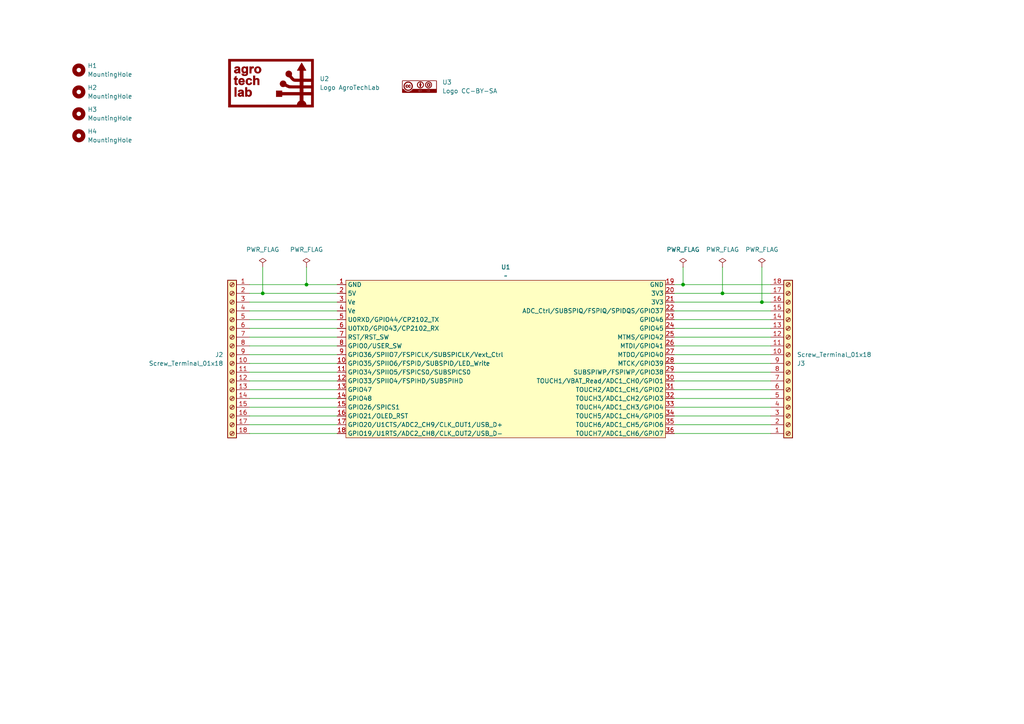
<source format=kicad_sch>
(kicad_sch (version 20250114) (generator "eeschema") (generator_version "9.0")
  (paper "A4")
  (title_block (title "Breakout Board for Heltec WiFi LoRa 32") (date "2025-06-03") (rev "v0.3.0") (company "AgroTechLab (Agribusiness Technology Development Laboratory)") (comment 1 "IFSC (Federal Institute of Santa Catarina)") (comment 2 "Author: Robson Costa (robson.costa@ifsc.edu.br)") (comment 3 "Licenced under CC-BY-SA 4.0") (comment 4 "Heltec WiFi LoRa 32 (V2 or V3)"))
  (lib_symbols
    (symbol "AgroTechLab:Heltec WiFi LoRa 32 V3"
      (property "Reference" "U" (at -46.482 24.638 0))
      (symbol "Heltec WiFi LoRa 32 V3_1_1"
        (pin power_in line (at -49.53 21.59 0) (length 2.54) (name "GND") (number "1"))
        (pin power_in line (at -49.53 19.05 0) (length 2.54) (name "5V") (number "2"))
        (pin power_out line (at -49.53 16.51 0) (length 2.54) (name "Ve") (number "3"))
        (pin power_out line (at -49.53 13.97 0) (length 2.54) (name "Ve") (number "4"))
        (pin bidirectional line (at -49.53 11.43 0) (length 2.54) (name "U0RXD/GPIO44/CP2102_TX") (number "5"))
        (pin bidirectional line (at -49.53 8.89 0) (length 2.54) (name "U0TXD/GPIO43/CP2102_RX") (number "6"))
        (pin input line (at -49.53 6.35 0) (length 2.54) (name "RST/RST_SW") (number "7"))
        (pin bidirectional line (at -49.53 3.81 0) (length 2.54) (name "GPIO0/USER_SW") (number "8"))
        (pin bidirectional line (at -49.53 1.27 0) (length 2.54) (name "GPIO36/SPIIO7/FSPICLK/SUBSPICLK/Vext_Ctrl") (number "9"))
        (pin bidirectional line (at -49.53 -1.27 0) (length 2.54) (name "GPIO35/SPIIO6/FSPID/SUBSPID/LED_Write") (number "10"))
        (pin bidirectional line (at -49.53 -3.81 0) (length 2.54) (name "GPIO34/SPIIO5/FSPICS0/SUBSPICS0") (number "11"))
        (pin bidirectional line (at -49.53 -6.35 0) (length 2.54) (name "GPIO33/SPIIO4/FSPIHD/SUBSPIHD") (number "12"))
        (pin bidirectional line (at -49.53 -8.89 0) (length 2.54) (name "GPIO47") (number "13"))
        (pin bidirectional line (at -49.53 -11.43 0) (length 2.54) (name "GPIO48") (number "14"))
        (pin bidirectional line (at -49.53 -13.97 0) (length 2.54) (name "GPIO26/SPICS1") (number "15"))
        (pin bidirectional line (at -49.53 -16.51 0) (length 2.54) (name "GPIO21/OLED_RST") (number "16"))
        (pin bidirectional line (at -49.53 -19.05 0) (length 2.54) (name "GPIO20/U1CTS/ADC2_CH9/CLK_OUT1/USB_D+") (number "17"))
        (pin bidirectional line (at -49.53 -21.59 0) (length 2.54) (name "GPIO19/U1RTS/ADC2_CH8/CLK_OUT2/USB_D-") (number "18"))
        (pin power_in line (at 48.26 21.59 180) (length 2.54) (name "GND") (number "19"))
        (pin power_in line (at 48.26 19.05 180) (length 2.54) (name "3V3") (number "20"))
        (pin power_in line (at 48.26 16.51 180) (length 2.54) (name "3V3") (number "21"))
        (pin bidirectional line (at 48.26 13.97 180) (length 2.54) (name "ADC_Ctrl/SUBSPIQ/FSPIQ/SPIDQS/GPIO37") (number "22"))
        (pin bidirectional line (at 48.26 11.43 180) (length 2.54) (name "GPIO46") (number "23"))
        (pin bidirectional line (at 48.26 8.89 180) (length 2.54) (name "GPIO45") (number "24"))
        (pin bidirectional line (at 48.26 6.35 180) (length 2.54) (name "MTMS/GPIO42") (number "25"))
        (pin bidirectional line (at 48.26 3.81 180) (length 2.54) (name "MTDI/GPIO41") (number "26"))
        (pin bidirectional line (at 48.26 1.27 180) (length 2.54) (name "MTDO/GPIO40") (number "27"))
        (pin bidirectional line (at 48.26 -1.27 180) (length 2.54) (name "MTCK/GPIO39") (number "28"))
        (pin bidirectional line (at 48.26 -3.81 180) (length 2.54) (name "SUBSPIWP/FSPIWP/GPIO38") (number "29"))
        (pin bidirectional line (at 48.26 -6.35 180) (length 2.54) (name "TOUCH1/VBAT_Read/ADC1_CH0/GPIO1") (number "30"))
        (pin bidirectional line (at 48.26 -8.89 180) (length 2.54) (name "TOUCH2/ADC1_CH1/GPIO2") (number "31"))
        (pin bidirectional line (at 48.26 -11.43 180) (length 2.54) (name "TOUCH3/ADC1_CH2/GPIO3") (number "32"))
        (pin bidirectional line (at 48.26 -13.97 180) (length 2.54) (name "TOUCH4/ADC1_CH3/GPIO4") (number "33"))
        (pin bidirectional line (at 48.26 -16.51 180) (length 2.54) (name "TOUCH5/ADC1_CH4/GPIO5") (number "34"))
        (pin bidirectional line (at 48.26 -19.05 180) (length 2.54) (name "TOUCH6/ADC1_CH5/GPIO6") (number "35"))
        (pin bidirectional line (at 48.26 -21.59 180) (length 2.54) (name "TOUCH7/ADC1_CH6/GPIO7") (number "36"))
      )
    )
    (symbol "AgroTechLab:Logo AgroTechLab"
      (property "Reference" "U" (at -11.938 8.128 0))
      (property "Value" "Logo AgroTechLab" (at 0.508 -8.128 0))
    )
    (symbol "AgroTechLab:Logo CC-BY-SA"
      (property "Reference" "U" (at -4.826 3.048 0))
      (property "Value" "Logo CC-BY-SA" (at 0 -2.794 0))
    )
    (symbol "Connector:Screw_Terminal_01x18" (pin_names (offset 1.016) (hide yes))
      (property "Reference" "J" (at 0 22.86 0))
      (property "Value" "Screw_Terminal_01x18" (at 0 -25.4 0))
      (symbol "Screw_Terminal_01x18_1_1"
        (pin passive line (at -5.08 20.32 0) (length 3.81) (name "Pin_1") (number "1"))
        (pin passive line (at -5.08 17.78 0) (length 3.81) (name "Pin_2") (number "2"))
        (pin passive line (at -5.08 15.24 0) (length 3.81) (name "Pin_3") (number "3"))
        (pin passive line (at -5.08 12.7 0) (length 3.81) (name "Pin_4") (number "4"))
        (pin passive line (at -5.08 10.16 0) (length 3.81) (name "Pin_5") (number "5"))
        (pin passive line (at -5.08 7.62 0) (length 3.81) (name "Pin_6") (number "6"))
        (pin passive line (at -5.08 5.08 0) (length 3.81) (name "Pin_7") (number "7"))
        (pin passive line (at -5.08 2.54 0) (length 3.81) (name "Pin_8") (number "8"))
        (pin passive line (at -5.08 0 0) (length 3.81) (name "Pin_9") (number "9"))
        (pin passive line (at -5.08 -2.54 0) (length 3.81) (name "Pin_10") (number "10"))
        (pin passive line (at -5.08 -5.08 0) (length 3.81) (name "Pin_11") (number "11"))
        (pin passive line (at -5.08 -7.62 0) (length 3.81) (name "Pin_12") (number "12"))
        (pin passive line (at -5.08 -10.16 0) (length 3.81) (name "Pin_13") (number "13"))
        (pin passive line (at -5.08 -12.7 0) (length 3.81) (name "Pin_14") (number "14"))
        (pin passive line (at -5.08 -15.24 0) (length 3.81) (name "Pin_15") (number "15"))
        (pin passive line (at -5.08 -17.78 0) (length 3.81) (name "Pin_16") (number "16"))
        (pin passive line (at -5.08 -20.32 0) (length 3.81) (name "Pin_17") (number "17"))
        (pin passive line (at -5.08 -22.86 0) (length 3.81) (name "Pin_18") (number "18"))
      )
    )
    (symbol "Mechanical:MountingHole" (pin_names (offset 1.016)) (in_bom no)
      (property "Reference" "H" (at 0 5.08 0))
      (property "Value" "MountingHole" (at 0 3.175 0))
    )
    (symbol "power:PWR_FLAG" (power) (pin_numbers (hide yes)) (pin_names (offset 0) (hide yes))
      (property "Value" "PWR_FLAG" (at 0 3.81 0))
      (symbol "PWR_FLAG_0_0"
        (pin power_out line (at 0 0 90) (length 0) (name "~") (number "1"))
      )
    )
  )
  (junction (at 209.55 85.09))
  (junction (at 76.2 85.09))
  (junction (at 88.9 82.55))
  (junction (at 220.98 87.63))
  (junction (at 198.12 82.55))
  (wire (pts (xy 195.58 113.03) (xy 223.52 113.03)))
  (wire (pts (xy 209.55 77.47) (xy 209.55 85.09)))
  (wire (pts (xy 195.58 107.95) (xy 223.52 107.95)))
  (wire (pts (xy 195.58 123.19) (xy 223.52 123.19)))
  (wire (pts (xy 72.39 92.71) (xy 97.79 92.71)))
  (wire (pts (xy 72.39 107.95) (xy 97.79 107.95)))
  (wire (pts (xy 72.39 110.49) (xy 97.79 110.49)))
  (wire (pts (xy 220.98 77.47) (xy 220.98 87.63)))
  (wire (pts (xy 72.39 125.73) (xy 97.79 125.73)))
  (wire (pts (xy 195.58 115.57) (xy 223.52 115.57)))
  (wire (pts (xy 195.58 100.33) (xy 223.52 100.33)))
  (wire (pts (xy 72.39 97.79) (xy 97.79 97.79)))
  (wire (pts (xy 198.12 82.55) (xy 223.52 82.55)))
  (wire (pts (xy 195.58 125.73) (xy 223.52 125.73)))
  (wire (pts (xy 72.39 102.87) (xy 97.79 102.87)))
  (wire (pts (xy 195.58 120.65) (xy 223.52 120.65)))
  (wire (pts (xy 72.39 120.65) (xy 97.79 120.65)))
  (wire (pts (xy 195.58 92.71) (xy 223.52 92.71)))
  (wire (pts (xy 72.39 100.33) (xy 97.79 100.33)))
  (wire (pts (xy 72.39 113.03) (xy 97.79 113.03)))
  (wire (pts (xy 195.58 105.41) (xy 223.52 105.41)))
  (wire (pts (xy 72.39 95.25) (xy 97.79 95.25)))
  (wire (pts (xy 72.39 105.41) (xy 97.79 105.41)))
  (wire (pts (xy 195.58 85.09) (xy 209.55 85.09)))
  (wire (pts (xy 220.98 87.63) (xy 223.52 87.63)))
  (wire (pts (xy 195.58 82.55) (xy 198.12 82.55)))
  (wire (pts (xy 195.58 90.17) (xy 223.52 90.17)))
  (wire (pts (xy 72.39 123.19) (xy 97.79 123.19)))
  (wire (pts (xy 195.58 118.11) (xy 223.52 118.11)))
  (wire (pts (xy 88.9 82.55) (xy 97.79 82.55)))
  (wire (pts (xy 76.2 85.09) (xy 97.79 85.09)))
  (wire (pts (xy 198.12 77.47) (xy 198.12 82.55)))
  (wire (pts (xy 195.58 110.49) (xy 223.52 110.49)))
  (wire (pts (xy 195.58 95.25) (xy 223.52 95.25)))
  (wire (pts (xy 88.9 77.47) (xy 88.9 82.55)))
  (wire (pts (xy 76.2 77.47) (xy 76.2 85.09)))
  (wire (pts (xy 195.58 102.87) (xy 223.52 102.87)))
  (wire (pts (xy 72.39 85.09) (xy 76.2 85.09)))
  (wire (pts (xy 72.39 90.17) (xy 97.79 90.17)))
  (wire (pts (xy 195.58 87.63) (xy 220.98 87.63)))
  (wire (pts (xy 72.39 87.63) (xy 97.79 87.63)))
  (wire (pts (xy 72.39 82.55) (xy 88.9 82.55)))
  (wire (pts (xy 209.55 85.09) (xy 223.52 85.09)))
  (wire (pts (xy 72.39 115.57) (xy 97.79 115.57)))
  (wire (pts (xy 195.58 97.79) (xy 223.52 97.79)))
  (wire (pts (xy 72.39 118.11) (xy 97.79 118.11)))
  (symbol (lib_id "Connector:Screw_Terminal_01x18") (at 228.6 105.41 0) (mirror x) (unit 1)
    (property "Reference" "J3" (at 231.14 105.4101 0) (effects (justify left)))
    (property "Value" "Screw_Terminal_01x18" (at 231.14 102.8701 0) (effects (justify left)))
    (property "Footprint" "AgroTechLab:TE_1-282856-8" (effects (hide yes)))
    (property "Description" "Generic screw terminal, single row, 01x18, script generated (kicad-library-utils/schlib/autogen/connector/)" (effects (hide yes)))
  )
  (symbol (lib_id "AgroTechLab:Heltec WiFi LoRa 32 V3") (at 147.32 104.14 0) (unit 1)
    (property "Reference" "U1" (at 146.685 77.47 0))
    (property "Value" "~" (at 146.685 80.01 0))
    (property "Footprint" "AgroTechLab:Heltec WiFi LoRa 32 V3" (effects (hide yes)))
    (property "Description" "Heltec WiFi LoRa 32 V3" (effects (hide yes)))
  )
  (symbol (lib_id "AgroTechLab:Logo CC-BY-SA") (at 121.92 25.4 0) (unit 1)
    (property "Reference" "U3" (at 128.27 23.8513 0) (effects (justify left)))
    (property "Value" "Logo CC-BY-SA" (at 128.27 26.3913 0) (effects (justify left)))
    (property "Footprint" "AgroTechLab:Logo CC-BY-SA" (effects (hide yes)))
  )
  (symbol (lib_id "Mechanical:MountingHole") (at 22.86 20.32 0) (unit 1) (in_bom no)
    (property "Reference" "H1" (at 25.4 19.0499 0) (effects (justify left)))
    (property "Value" "MountingHole" (at 25.4 21.5899 0) (effects (justify left)))
    (property "Footprint" "MountingHole:MountingHole_3.2mm_M3_Pad_Via" (effects (hide yes)))
    (property "Description" "Mounting Hole without connection" (effects (hide yes)))
  )
  (symbol (lib_id "power:PWR_FLAG") (at 76.2 77.47 0) (unit 1)
    (property "Reference" "#FLG02" (effects (hide yes)))
    (property "Value" "PWR_FLAG" (at 76.2 72.39 0))
    (property "Description" "Special symbol for telling ERC where power comes from" (effects (hide yes)))
  )
  (symbol (lib_id "power:PWR_FLAG") (at 198.12 77.47 0) (unit 1)
    (property "Reference" "#FLG03" (effects (hide yes)))
    (property "Value" "PWR_FLAG" (at 198.12 72.39 0))
    (property "Description" "Special symbol for telling ERC where power comes from" (effects (hide yes)))
  )
  (symbol (lib_id "AgroTechLab:Logo AgroTechLab") (at 78.74 24.13 0) (unit 1)
    (property "Reference" "U2" (at 92.71 22.8532 0) (effects (justify left)))
    (property "Value" "Logo AgroTechLab" (at 92.71 25.3932 0) (effects (justify left)))
    (property "Footprint" "AgroTechLab:Logo AgroTechLab" (effects (hide yes)))
  )
  (symbol (lib_id "power:PWR_FLAG") (at 88.9 77.47 0) (unit 1)
    (property "Reference" "#FLG01" (effects (hide yes)))
    (property "Value" "PWR_FLAG" (at 88.9 72.39 0))
    (property "Description" "Special symbol for telling ERC where power comes from" (effects (hide yes)))
  )
  (symbol (lib_id "Mechanical:MountingHole") (at 22.86 26.67 0) (unit 1) (in_bom no)
    (property "Reference" "H2" (at 25.4 25.3999 0) (effects (justify left)))
    (property "Value" "MountingHole" (at 25.4 27.9399 0) (effects (justify left)))
    (property "Footprint" "MountingHole:MountingHole_3.2mm_M3_Pad_Via" (effects (hide yes)))
    (property "Description" "Mounting Hole without connection" (effects (hide yes)))
  )
  (symbol (lib_id "Connector:Screw_Terminal_01x18") (at 67.31 102.87 0) (mirror y) (unit 1)
    (property "Reference" "J2" (at 64.77 102.8699 0) (effects (justify left)))
    (property "Value" "Screw_Terminal_01x18" (at 64.77 105.4099 0) (effects (justify left)))
    (property "Footprint" "AgroTechLab:TE_1-282856-8" (effects (hide yes)))
    (property "Description" "Generic screw terminal, single row, 01x18, script generated (kicad-library-utils/schlib/autogen/connector/)" (effects (hide yes)))
  )
  (symbol (lib_id "Mechanical:MountingHole") (at 22.86 33.02 0) (unit 1) (in_bom no)
    (property "Reference" "H3" (at 25.4 31.7499 0) (effects (justify left)))
    (property "Value" "MountingHole" (at 25.4 34.2899 0) (effects (justify left)))
    (property "Footprint" "MountingHole:MountingHole_3.2mm_M3_Pad_Via" (effects (hide yes)))
    (property "Description" "Mounting Hole without connection" (effects (hide yes)))
  )
  (symbol (lib_id "power:PWR_FLAG") (at 209.55 77.47 0) (unit 1)
    (property "Reference" "#FLG04" (effects (hide yes)))
    (property "Value" "PWR_FLAG" (at 209.55 72.39 0))
    (property "Description" "Special symbol for telling ERC where power comes from" (effects (hide yes)))
  )
  (symbol (lib_id "Mechanical:MountingHole") (at 22.86 39.37 0) (unit 1) (in_bom no)
    (property "Reference" "H4" (at 25.4 38.0999 0) (effects (justify left)))
    (property "Value" "MountingHole" (at 25.4 40.6399 0) (effects (justify left)))
    (property "Footprint" "MountingHole:MountingHole_3.2mm_M3_Pad_Via" (effects (hide yes)))
    (property "Description" "Mounting Hole without connection" (effects (hide yes)))
  )
  (symbol (lib_id "power:PWR_FLAG") (at 220.98 77.47 0) (unit 1)
    (property "Reference" "#FLG05" (effects (hide yes)))
    (property "Value" "PWR_FLAG" (at 220.98 72.39 0))
    (property "Description" "Special symbol for telling ERC where power comes from" (effects (hide yes)))
  )
)
</source>
